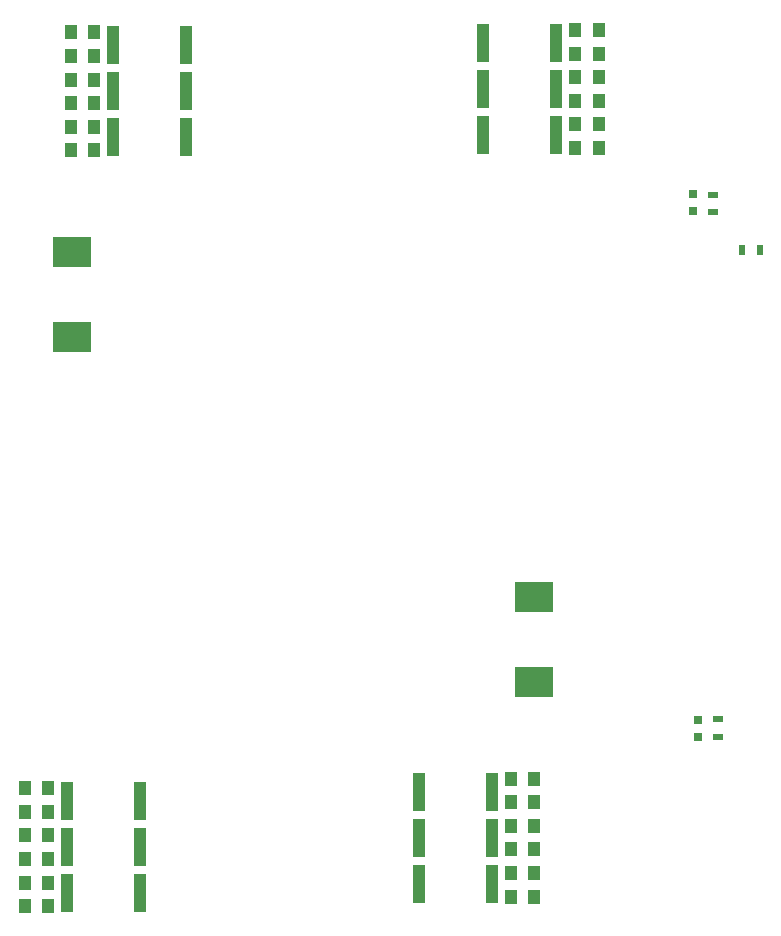
<source format=gtp>
G04 #@! TF.FileFunction,Paste,Top*
%FSLAX46Y46*%
G04 Gerber Fmt 4.6, Leading zero omitted, Abs format (unit mm)*
G04 Created by KiCad (PCBNEW 4.0.1-stable) date 30.08.2016 22:59:35*
%MOMM*%
G01*
G04 APERTURE LIST*
%ADD10C,0.100000*%
%ADD11R,0.900000X0.500000*%
%ADD12R,0.750000X0.800000*%
%ADD13R,1.000000X1.250000*%
%ADD14R,3.200000X2.600000*%
%ADD15R,1.000000X3.200000*%
%ADD16R,0.500000X0.900000*%
G04 APERTURE END LIST*
D10*
D11*
X174700000Y-78450000D03*
X174700000Y-76950000D03*
X175100000Y-122850000D03*
X175100000Y-121350000D03*
D12*
X173000000Y-78350000D03*
X173000000Y-76850000D03*
X173400000Y-122900000D03*
X173400000Y-121400000D03*
D13*
X118400000Y-137200000D03*
X116400000Y-137200000D03*
X159564400Y-126384360D03*
X157564400Y-126384360D03*
X118400000Y-133200000D03*
X116400000Y-133200000D03*
X159564400Y-130384360D03*
X157564400Y-130384360D03*
X118400000Y-129200000D03*
X116400000Y-129200000D03*
X159564400Y-134384360D03*
X157564400Y-134384360D03*
D14*
X120400000Y-81800000D03*
X120400000Y-89000000D03*
X159500000Y-118200000D03*
X159500000Y-111000000D03*
D15*
X120000000Y-136100000D03*
X126200000Y-136100000D03*
X155964400Y-127484360D03*
X149764400Y-127484360D03*
X120000000Y-132200000D03*
X126200000Y-132200000D03*
X155964400Y-131384360D03*
X149764400Y-131384360D03*
X120000000Y-128300000D03*
X126200000Y-128300000D03*
X155964400Y-135284360D03*
X149764400Y-135284360D03*
D13*
X163000000Y-73000000D03*
X165000000Y-73000000D03*
X163000000Y-71000000D03*
X165000000Y-71000000D03*
X163000000Y-69000000D03*
X165000000Y-69000000D03*
X163000000Y-67000000D03*
X165000000Y-67000000D03*
X163000000Y-65000000D03*
X165000000Y-65000000D03*
X163000000Y-63000000D03*
X165000000Y-63000000D03*
X120300000Y-73200000D03*
X122300000Y-73200000D03*
X120300000Y-71200000D03*
X122300000Y-71200000D03*
X120300000Y-69200000D03*
X122300000Y-69200000D03*
X120300000Y-67200000D03*
X122300000Y-67200000D03*
X120300000Y-65200000D03*
X122300000Y-65200000D03*
X120300000Y-63200000D03*
X122300000Y-63200000D03*
X118400000Y-135200000D03*
X116400000Y-135200000D03*
X118400000Y-131200000D03*
X116400000Y-131200000D03*
X118400000Y-127200000D03*
X116400000Y-127200000D03*
X159564400Y-128384360D03*
X157564400Y-128384360D03*
X159564400Y-132384360D03*
X157564400Y-132384360D03*
X159564400Y-136384360D03*
X157564400Y-136384360D03*
D15*
X161400000Y-64100000D03*
X155200000Y-64100000D03*
X161400000Y-68000000D03*
X155200000Y-68000000D03*
X161400000Y-71900000D03*
X155200000Y-71900000D03*
X123900000Y-72100000D03*
X130100000Y-72100000D03*
X123900000Y-68200000D03*
X130100000Y-68200000D03*
X123900000Y-64300000D03*
X130100000Y-64300000D03*
D16*
X177150000Y-81600000D03*
X178650000Y-81600000D03*
M02*

</source>
